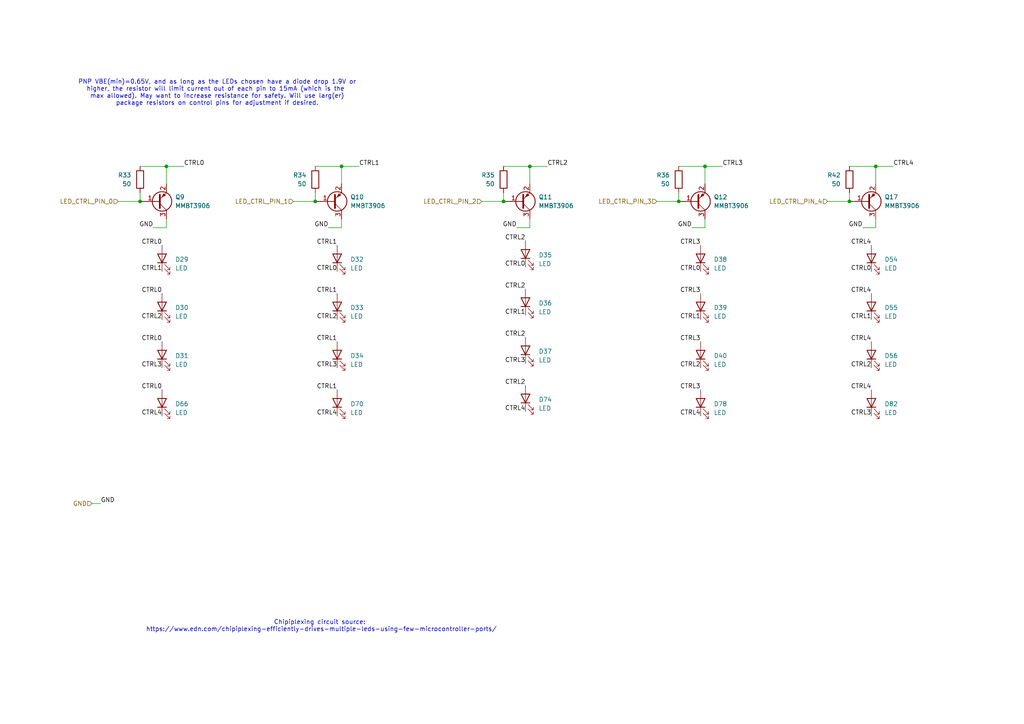
<source format=kicad_sch>
(kicad_sch (version 20231120) (generator "eeschema") (generator_version "8.0")
  (paper "A4")
  (title_block (title "Holiday Widget") (date "2024-05-15") (rev "1.0"))
  (lib_symbols
    (symbol "Device:LED" (pin_numbers hide) (pin_names (offset 1.016) hide)
      (property "Reference" "D" (at 0 2.54 0))
      (property "Value" "LED" (at 0 -2.54 0))
      (symbol "LED_0_1"
        (polyline (pts (xy -1.27 -1.27) (xy -1.27 1.27)) (stroke (width 0.254)))
        (polyline (pts (xy -1.27 0) (xy 1.27 0)))
        (polyline (pts (xy 1.27 -1.27) (xy 1.27 1.27) (xy -1.27 0) (xy 1.27 -1.27)) (stroke (width 0.254)))
        (polyline (pts (xy -3.048 -0.762) (xy -4.572 -2.286) (xy -3.81 -2.286) (xy -4.572 -2.286) (xy -4.572 -1.524)))
        (polyline (pts (xy -1.778 -0.762) (xy -3.302 -2.286) (xy -2.54 -2.286) (xy -3.302 -2.286) (xy -3.302 -1.524)))
      )
      (symbol "LED_1_1"
        (pin passive line (at -3.81 0 0) (length 2.54) (name "K") (number "1"))
        (pin passive line (at 3.81 0 180) (length 2.54) (name "A") (number "2"))
      )
    )
    (symbol "Device:R" (pin_numbers hide) (pin_names (offset 0))
      (property "Reference" "R" (at 2.032 0 90))
      (property "Value" "R" (at 0 0 90))
      (symbol "R_0_1"
        (rectangle (start -1.016 -2.54) (end 1.016 2.54) (stroke (width 0.254)))
      )
      (symbol "R_1_1"
        (pin passive line (at 0 3.81 270) (length 1.27) (name "~") (number "1"))
        (pin passive line (at 0 -3.81 90) (length 1.27) (name "~") (number "2"))
      )
    )
    (symbol "Transistor_BJT:MMBT3906" (pin_names (offset 0) hide)
      (property "Reference" "Q" (at 5.08 1.905 0))
      (property "Value" "MMBT3906" (at 5.08 0 0))
      (symbol "MMBT3906_0_1"
        (polyline (pts (xy 0.635 0.635) (xy 2.54 2.54)))
        (polyline (pts (xy 0.635 -0.635) (xy 2.54 -2.54) (xy 2.54 -2.54)))
        (polyline (pts (xy 0.635 1.905) (xy 0.635 -1.905) (xy 0.635 -1.905)) (stroke (width 0.508)))
        (polyline (pts (xy 2.286 -1.778) (xy 1.778 -2.286) (xy 1.27 -1.27) (xy 2.286 -1.778) (xy 2.286 -1.778)) (fill (type outline)))
        (circle (center 1.27 0) (radius 2.8194) (stroke (width 0.254)))
      )
      (symbol "MMBT3906_1_1"
        (pin input line (at -5.08 0 0) (length 5.715) (name "B") (number "1"))
        (pin passive line (at 2.54 -5.08 90) (length 2.54) (name "E") (number "2"))
        (pin passive line (at 2.54 5.08 270) (length 2.54) (name "C") (number "3"))
      )
    )
  )
  (junction (at 246.38 58.42))
  (junction (at 254 48.26))
  (junction (at 48.26 48.26))
  (junction (at 146.05 58.42))
  (junction (at 40.64 58.42))
  (junction (at 91.44 58.42))
  (junction (at 196.85 58.42))
  (junction (at 153.67 48.26))
  (junction (at 204.47 48.26))
  (junction (at 99.06 48.26))
  (wire (pts (xy 26.67 146.05) (xy 29.21 146.05)))
  (wire (pts (xy 153.67 63.5) (xy 153.67 66.04)))
  (wire (pts (xy 48.26 48.26) (xy 53.34 48.26)))
  (wire (pts (xy 204.47 63.5) (xy 204.47 66.04)))
  (wire (pts (xy 146.05 55.88) (xy 146.05 58.42)))
  (wire (pts (xy 196.85 48.26) (xy 204.47 48.26)))
  (wire (pts (xy 99.06 48.26) (xy 99.06 53.34)))
  (wire (pts (xy 40.64 55.88) (xy 40.64 58.42)))
  (wire (pts (xy 153.67 66.04) (xy 149.86 66.04)))
  (wire (pts (xy 48.26 48.26) (xy 48.26 53.34)))
  (wire (pts (xy 246.38 55.88) (xy 246.38 58.42)))
  (wire (pts (xy 204.47 48.26) (xy 204.47 53.34)))
  (wire (pts (xy 40.64 48.26) (xy 48.26 48.26)))
  (wire (pts (xy 246.38 48.26) (xy 254 48.26)))
  (wire (pts (xy 254 48.26) (xy 259.08 48.26)))
  (wire (pts (xy 254 48.26) (xy 254 53.34)))
  (wire (pts (xy 34.29 58.42) (xy 40.64 58.42)))
  (wire (pts (xy 91.44 48.26) (xy 99.06 48.26)))
  (wire (pts (xy 153.67 48.26) (xy 153.67 53.34)))
  (wire (pts (xy 139.7 58.42) (xy 146.05 58.42)))
  (wire (pts (xy 254 63.5) (xy 254 66.04)))
  (wire (pts (xy 254 66.04) (xy 250.19 66.04)))
  (wire (pts (xy 99.06 66.04) (xy 95.25 66.04)))
  (wire (pts (xy 85.09 58.42) (xy 91.44 58.42)))
  (wire (pts (xy 153.67 48.26) (xy 158.75 48.26)))
  (wire (pts (xy 190.5 58.42) (xy 196.85 58.42)))
  (wire (pts (xy 48.26 66.04) (xy 44.45 66.04)))
  (wire (pts (xy 146.05 48.26) (xy 153.67 48.26)))
  (wire (pts (xy 99.06 63.5) (xy 99.06 66.04)))
  (wire (pts (xy 99.06 48.26) (xy 104.14 48.26)))
  (wire (pts (xy 204.47 48.26) (xy 209.55 48.26)))
  (wire (pts (xy 91.44 55.88) (xy 91.44 58.42)))
  (wire (pts (xy 240.03 58.42) (xy 246.38 58.42)))
  (wire (pts (xy 196.85 55.88) (xy 196.85 58.42)))
  (wire (pts (xy 48.26 63.5) (xy 48.26 66.04)))
  (wire (pts (xy 204.47 66.04) (xy 200.66 66.04)))
  (text "Chipiplexing circuit source: \nhttps://www.edn.com/chipiplexing-efficiently-drives-multiple-leds-using-few-microcontroller-ports/" (at 93.218 181.61 0) (effects (font (size 1.27 1.27))))
  (text "PNP VBE(min)=0.65V, and as long as the LEDs chosen have a diode drop 1.9V or\nhigher, the resistor will limit current out of each pin to 15mA (which is the \nmax allowed). May want to increase resistance for safety. Will use larg(er)\npackage resistors on control pins for adjustment if desired.\n" (at 62.992 26.924 0) (effects (font (size 1.27 1.27))))
  (label "GND" (at 200.66 66.04 180))
  (label "CTRL2" (at 203.2 106.68 180))
  (label "CTRL0" (at 97.79 78.74 180))
  (label "CTRL0" (at 203.2 78.74 180))
  (label "CTRL0" (at 46.99 71.12 180))
  (label "CTRL3" (at 152.4 105.41 180))
  (label "CTRL4" (at 46.99 120.65 180))
  (label "GND" (at 250.19 66.04 180))
  (label "CTRL1" (at 97.79 113.03 180))
  (label "GND" (at 44.45 66.04 180))
  (label "GND" (at 149.86 66.04 180))
  (label "CTRL3" (at 252.73 120.65 180))
  (label "CTRL0" (at 46.99 99.06 180))
  (label "CTRL2" (at 152.4 83.82 180))
  (label "CTRL4" (at 203.2 120.65 180))
  (label "CTRL0" (at 46.99 85.09 180))
  (label "CTRL4" (at 252.73 85.09 180))
  (label "CTRL1" (at 46.99 78.74 180))
  (label "CTRL4" (at 252.73 71.12 180))
  (label "GND" (at 29.21 146.05 0))
  (label "CTRL0" (at 46.99 113.03 180))
  (label "CTRL1" (at 252.73 92.71 180))
  (label "CTRL2" (at 152.4 69.85 180))
  (label "CTRL1" (at 152.4 91.44 180))
  (label "GND" (at 95.25 66.04 180))
  (label "CTRL0" (at 252.73 78.74 180))
  (label "CTRL4" (at 252.73 99.06 180))
  (label "CTRL0" (at 53.34 48.26 0))
  (label "CTRL0" (at 152.4 77.47 180))
  (label "CTRL3" (at 203.2 85.09 180))
  (label "CTRL2" (at 158.75 48.26 0))
  (label "CTRL3" (at 46.99 106.68 180))
  (label "CTRL3" (at 209.55 48.26 0))
  (label "CTRL1" (at 104.14 48.26 0))
  (label "CTRL3" (at 203.2 113.03 180))
  (label "CTRL1" (at 97.79 85.09 180))
  (label "CTRL1" (at 203.2 92.71 180))
  (label "CTRL4" (at 152.4 119.38 180))
  (label "CTRL1" (at 97.79 71.12 180))
  (label "CTRL2" (at 152.4 97.79 180))
  (label "CTRL4" (at 252.73 113.03 180))
  (label "CTRL4" (at 259.08 48.26 0))
  (label "CTRL2" (at 252.73 106.68 180))
  (label "CTRL2" (at 46.99 92.71 180))
  (label "CTRL1" (at 97.79 99.06 180))
  (label "CTRL3" (at 97.79 106.68 180))
  (label "CTRL4" (at 97.79 120.65 180))
  (label "CTRL2" (at 97.79 92.71 180))
  (label "CTRL3" (at 203.2 71.12 180))
  (label "CTRL2" (at 152.4 111.76 180))
  (label "CTRL3" (at 203.2 99.06 180))
  (hierarchical_label "LED_CTRL_PIN_2" (shape input) (at 139.7 58.42 180))
  (hierarchical_label "LED_CTRL_PIN_0" (shape input) (at 34.29 58.42 180))
  (hierarchical_label "LED_CTRL_PIN_4" (shape input) (at 240.03 58.42 180))
  (hierarchical_label "GND" (shape input) (at 26.67 146.05 180))
  (hierarchical_label "LED_CTRL_PIN_3" (shape input) (at 190.5 58.42 180))
  (hierarchical_label "LED_CTRL_PIN_1" (shape input) (at 85.09 58.42 180))
  (symbol (lib_id "Device:LED") (at 97.79 102.87 90) (unit 1)
    (property "Reference" "D34" (at 101.6 103.1874 90) (effects (justify right)))
    (property "Value" "LED" (at 101.6 105.7274 90) (effects (justify right)))
    (property "Footprint" "LED_SMD:LED_0805_2012Metric_Pad1.15x1.40mm_HandSolder" (effects (hide yes)))
    (property "Description" "Light emitting diode" (effects (hide yes)))
    (instances (project "holiday-widget" (path "" (reference "D34") (unit 1)) (path "" (reference "D19") (unit 1)) (path "" (reference "D22") (unit 1))))
  )
  (symbol (lib_id "Device:LED") (at 203.2 88.9 90) (unit 1)
    (property "Reference" "D39" (at 207.01 89.2174 90) (effects (justify right)))
    (property "Value" "LED" (at 207.01 91.7574 90) (effects (justify right)))
    (property "Footprint" "LED_SMD:LED_0805_2012Metric_Pad1.15x1.40mm_HandSolder" (effects (hide yes)))
    (property "Description" "Light emitting diode" (effects (hide yes)))
    (instances (project "holiday-widget" (path "" (reference "D39") (unit 1)) (path "" (reference "D24") (unit 1)) (path "" (reference "D27") (unit 1))))
  )
  (symbol (lib_id "Device:LED") (at 203.2 74.93 90) (unit 1)
    (property "Reference" "D38" (at 207.01 75.2474 90) (effects (justify right)))
    (property "Value" "LED" (at 207.01 77.7874 90) (effects (justify right)))
    (property "Footprint" "LED_SMD:LED_0805_2012Metric_Pad1.15x1.40mm_HandSolder" (effects (hide yes)))
    (property "Description" "Light emitting diode" (effects (hide yes)))
    (instances (project "holiday-widget" (path "" (reference "D38") (unit 1)) (path "" (reference "D23") (unit 1)) (path "" (reference "D26") (unit 1))))
  )
  (symbol (lib_id "Transistor_BJT:MMBT3906") (at 151.13 58.42 0) (mirror x) (unit 1)
    (property "Reference" "Q11" (at 156.21 57.1499 0) (effects (justify left)))
    (property "Value" "MMBT3906" (at 156.21 59.6899 0) (effects (justify left)))
    (property "Footprint" "Package_TO_SOT_SMD:SOT-23" (effects (hide yes)))
    (property "Datasheet" "https://www.onsemi.com/pdf/datasheet/pzt3906-d.pdf" (effects (hide yes)))
    (property "Description" "-0.2A Ic, -40V Vce, Small Signal PNP Transistor, SOT-23" (effects (hide yes)))
    (instances (project "holiday-widget" (path "" (reference "Q11") (unit 1)) (path "" (reference "Q3") (unit 1)) (path "" (reference "Q7") (unit 1))))
  )
  (symbol (lib_id "Device:LED") (at 97.79 116.84 90) (unit 1)
    (property "Reference" "D70" (at 101.6 117.1574 90) (effects (justify right)))
    (property "Value" "LED" (at 101.6 119.6974 90) (effects (justify right)))
    (property "Footprint" "LED_SMD:LED_0805_2012Metric_Pad1.15x1.40mm_HandSolder" (effects (hide yes)))
    (property "Description" "Light emitting diode" (effects (hide yes)))
    (instances (project "holiday-widget" (path "" (reference "D70") (unit 1)) (path "" (reference "D71") (unit 1)) (path "" (reference "D72") (unit 1))))
  )
  (symbol (lib_id "Device:LED") (at 203.2 102.87 90) (unit 1)
    (property "Reference" "D40" (at 207.01 103.1874 90) (effects (justify right)))
    (property "Value" "LED" (at 207.01 105.7274 90) (effects (justify right)))
    (property "Footprint" "LED_SMD:LED_0805_2012Metric_Pad1.15x1.40mm_HandSolder" (effects (hide yes)))
    (property "Description" "Light emitting diode" (effects (hide yes)))
    (instances (project "holiday-widget" (path "" (reference "D40") (unit 1)) (path "" (reference "D25") (unit 1)) (path "" (reference "D28") (unit 1))))
  )
  (symbol (lib_id "Device:LED") (at 46.99 74.93 90) (unit 1)
    (property "Reference" "D29" (at 50.8 75.2474 90) (effects (justify right)))
    (property "Value" "LED" (at 50.8 77.7874 90) (effects (justify right)))
    (property "Footprint" "LED_SMD:LED_0805_2012Metric_Pad1.15x1.40mm_HandSolder" (effects (hide yes)))
    (property "Description" "Light emitting diode" (effects (hide yes)))
    (instances (project "holiday-widget" (path "" (reference "D29") (unit 1)) (path "" (reference "D5") (unit 1)) (path "" (reference "D6") (unit 1))))
  )
  (symbol (lib_id "Device:LED") (at 97.79 88.9 90) (unit 1)
    (property "Reference" "D33" (at 101.6 89.2174 90) (effects (justify right)))
    (property "Value" "LED" (at 101.6 91.7574 90) (effects (justify right)))
    (property "Footprint" "LED_SMD:LED_0805_2012Metric_Pad1.15x1.40mm_HandSolder" (effects (hide yes)))
    (property "Description" "Light emitting diode" (effects (hide yes)))
    (instances (project "holiday-widget" (path "" (reference "D33") (unit 1)) (path "" (reference "D18") (unit 1)) (path "" (reference "D21") (unit 1))))
  )
  (symbol (lib_id "Device:R") (at 91.44 52.07 0) (unit 1)
    (property "Reference" "R34" (at 88.9 50.7999 0) (effects (justify right)))
    (property "Value" "50" (at 88.9 53.3399 0) (effects (justify right)))
    (property "Footprint" "Resistor_SMD:R_0603_1608Metric_Pad0.98x0.95mm_HandSolder" (effects (hide yes)))
    (property "Description" "Resistor" (effects (hide yes)))
    (instances (project "holiday-widget" (path "" (reference "R34") (unit 1)) (path "" (reference "R16") (unit 1)) (path "" (reference "R20") (unit 1))))
  )
  (symbol (lib_id "Device:R") (at 246.38 52.07 0) (unit 1)
    (property "Reference" "R42" (at 243.84 50.7999 0) (effects (justify right)))
    (property "Value" "50" (at 243.84 53.3399 0) (effects (justify right)))
    (property "Footprint" "Resistor_SMD:R_0603_1608Metric_Pad0.98x0.95mm_HandSolder" (effects (hide yes)))
    (property "Description" "Resistor" (effects (hide yes)))
    (instances (project "holiday-widget" (path "" (reference "R42") (unit 1)) (path "" (reference "R43") (unit 1)) (path "" (reference "R44") (unit 1))))
  )
  (symbol (lib_id "Device:LED") (at 152.4 73.66 90) (unit 1)
    (property "Reference" "D35" (at 156.21 73.9774 90) (effects (justify right)))
    (property "Value" "LED" (at 156.21 76.5174 90) (effects (justify right)))
    (property "Footprint" "LED_SMD:LED_0805_2012Metric_Pad1.15x1.40mm_HandSolder" (effects (hide yes)))
    (property "Description" "Light emitting diode" (effects (hide yes)))
    (instances (project "holiday-widget" (path "" (reference "D35") (unit 1)) (path "" (reference "D11") (unit 1)) (path "" (reference "D14") (unit 1))))
  )
  (symbol (lib_id "Device:LED") (at 252.73 102.87 90) (unit 1)
    (property "Reference" "D56" (at 256.54 103.1874 90) (effects (justify right)))
    (property "Value" "LED" (at 256.54 105.7274 90) (effects (justify right)))
    (property "Footprint" "LED_SMD:LED_0805_2012Metric_Pad1.15x1.40mm_HandSolder" (effects (hide yes)))
    (property "Description" "Light emitting diode" (effects (hide yes)))
    (instances (project "holiday-widget" (path "" (reference "D56") (unit 1)) (path "" (reference "D59") (unit 1)) (path "" (reference "D62") (unit 1))))
  )
  (symbol (lib_id "Device:LED") (at 97.79 74.93 90) (unit 1)
    (property "Reference" "D32" (at 101.6 75.2474 90) (effects (justify right)))
    (property "Value" "LED" (at 101.6 77.7874 90) (effects (justify right)))
    (property "Footprint" "LED_SMD:LED_0805_2012Metric_Pad1.15x1.40mm_HandSolder" (effects (hide yes)))
    (property "Description" "Light emitting diode" (effects (hide yes)))
    (instances (project "holiday-widget" (path "" (reference "D32") (unit 1)) (path "" (reference "D17") (unit 1)) (path "" (reference "D20") (unit 1))))
  )
  (symbol (lib_id "Device:R") (at 146.05 52.07 0) (unit 1)
    (property "Reference" "R35" (at 143.51 50.7999 0) (effects (justify right)))
    (property "Value" "50" (at 143.51 53.3399 0) (effects (justify right)))
    (property "Footprint" "Resistor_SMD:R_0603_1608Metric_Pad0.98x0.95mm_HandSolder" (effects (hide yes)))
    (property "Description" "Resistor" (effects (hide yes)))
    (instances (project "holiday-widget" (path "" (reference "R35") (unit 1)) (path "" (reference "R17") (unit 1)) (path "" (reference "R21") (unit 1))))
  )
  (symbol (lib_id "Device:LED") (at 46.99 102.87 90) (unit 1)
    (property "Reference" "D31" (at 50.8 103.1874 90) (effects (justify right)))
    (property "Value" "LED" (at 50.8 105.7274 90) (effects (justify right)))
    (property "Footprint" "LED_SMD:LED_0805_2012Metric_Pad1.15x1.40mm_HandSolder" (effects (hide yes)))
    (property "Description" "Light emitting diode" (effects (hide yes)))
    (instances (project "holiday-widget" (path "" (reference "D31") (unit 1)) (path "" (reference "D9") (unit 1)) (path "" (reference "D10") (unit 1))))
  )
  (symbol (lib_id "Transistor_BJT:MMBT3906") (at 96.52 58.42 0) (mirror x) (unit 1)
    (property "Reference" "Q10" (at 101.6 57.1499 0) (effects (justify left)))
    (property "Value" "MMBT3906" (at 101.6 59.6899 0) (effects (justify left)))
    (property "Footprint" "Package_TO_SOT_SMD:SOT-23" (effects (hide yes)))
    (property "Datasheet" "https://www.onsemi.com/pdf/datasheet/pzt3906-d.pdf" (effects (hide yes)))
    (property "Description" "-0.2A Ic, -40V Vce, Small Signal PNP Transistor, SOT-23" (effects (hide yes)))
    (instances (project "holiday-widget" (path "" (reference "Q10") (unit 1)) (path "" (reference "Q2") (unit 1)) (path "" (reference "Q6") (unit 1))))
  )
  (symbol (lib_id "Device:LED") (at 46.99 116.84 90) (unit 1)
    (property "Reference" "D66" (at 50.8 117.1574 90) (effects (justify right)))
    (property "Value" "LED" (at 50.8 119.6974 90) (effects (justify right)))
    (property "Footprint" "LED_SMD:LED_0805_2012Metric_Pad1.15x1.40mm_HandSolder" (effects (hide yes)))
    (property "Description" "Light emitting diode" (effects (hide yes)))
    (instances (project "holiday-widget" (path "" (reference "D66") (unit 1)) (path "" (reference "D67") (unit 1)) (path "" (reference "D68") (unit 1))))
  )
  (symbol (lib_id "Device:LED") (at 152.4 101.6 90) (unit 1)
    (property "Reference" "D37" (at 156.21 101.9174 90) (effects (justify right)))
    (property "Value" "LED" (at 156.21 104.4574 90) (effects (justify right)))
    (property "Footprint" "LED_SMD:LED_0805_2012Metric_Pad1.15x1.40mm_HandSolder" (effects (hide yes)))
    (property "Description" "Light emitting diode" (effects (hide yes)))
    (instances (project "holiday-widget" (path "" (reference "D37") (unit 1)) (path "" (reference "D13") (unit 1)) (path "" (reference "D16") (unit 1))))
  )
  (symbol (lib_id "Device:LED") (at 203.2 116.84 90) (unit 1)
    (property "Reference" "D78" (at 207.01 117.1574 90) (effects (justify right)))
    (property "Value" "LED" (at 207.01 119.6974 90) (effects (justify right)))
    (property "Footprint" "LED_SMD:LED_0805_2012Metric_Pad1.15x1.40mm_HandSolder" (effects (hide yes)))
    (property "Description" "Light emitting diode" (effects (hide yes)))
    (instances (project "holiday-widget" (path "" (reference "D78") (unit 1)) (path "" (reference "D79") (unit 1)) (path "" (reference "D80") (unit 1))))
  )
  (symbol (lib_id "Device:LED") (at 252.73 74.93 90) (unit 1)
    (property "Reference" "D54" (at 256.54 75.2474 90) (effects (justify right)))
    (property "Value" "LED" (at 256.54 77.7874 90) (effects (justify right)))
    (property "Footprint" "LED_SMD:LED_0805_2012Metric_Pad1.15x1.40mm_HandSolder" (effects (hide yes)))
    (property "Description" "Light emitting diode" (effects (hide yes)))
    (instances (project "holiday-widget" (path "" (reference "D54") (unit 1)) (path "" (reference "D57") (unit 1)) (path "" (reference "D60") (unit 1))))
  )
  (symbol (lib_id "Device:LED") (at 46.99 88.9 90) (unit 1)
    (property "Reference" "D30" (at 50.8 89.2174 90) (effects (justify right)))
    (property "Value" "LED" (at 50.8 91.7574 90) (effects (justify right)))
    (property "Footprint" "LED_SMD:LED_0805_2012Metric_Pad1.15x1.40mm_HandSolder" (effects (hide yes)))
    (property "Description" "Light emitting diode" (effects (hide yes)))
    (instances (project "holiday-widget" (path "" (reference "D30") (unit 1)) (path "" (reference "D7") (unit 1)) (path "" (reference "D8") (unit 1))))
  )
  (symbol (lib_id "Device:LED") (at 152.4 87.63 90) (unit 1)
    (property "Reference" "D36" (at 156.21 87.9474 90) (effects (justify right)))
    (property "Value" "LED" (at 156.21 90.4874 90) (effects (justify right)))
    (property "Footprint" "LED_SMD:LED_0805_2012Metric_Pad1.15x1.40mm_HandSolder" (effects (hide yes)))
    (property "Description" "Light emitting diode" (effects (hide yes)))
    (instances (project "holiday-widget" (path "" (reference "D36") (unit 1)) (path "" (reference "D12") (unit 1)) (path "" (reference "D15") (unit 1))))
  )
  (symbol (lib_id "Device:R") (at 196.85 52.07 0) (unit 1)
    (property "Reference" "R36" (at 194.31 50.7999 0) (effects (justify right)))
    (property "Value" "50" (at 194.31 53.3399 0) (effects (justify right)))
    (property "Footprint" "Resistor_SMD:R_0603_1608Metric_Pad0.98x0.95mm_HandSolder" (effects (hide yes)))
    (property "Description" "Resistor" (effects (hide yes)))
    (instances (project "holiday-widget" (path "" (reference "R36") (unit 1)) (path "" (reference "R18") (unit 1)) (path "" (reference "R22") (unit 1))))
  )
  (symbol (lib_id "Transistor_BJT:MMBT3906") (at 45.72 58.42 0) (mirror x) (unit 1)
    (property "Reference" "Q9" (at 50.8 57.1499 0) (effects (justify left)))
    (property "Value" "MMBT3906" (at 50.8 59.6899 0) (effects (justify left)))
    (property "Footprint" "Package_TO_SOT_SMD:SOT-23" (effects (hide yes)))
    (property "Datasheet" "https://www.onsemi.com/pdf/datasheet/pzt3906-d.pdf" (effects (hide yes)))
    (property "Description" "-0.2A Ic, -40V Vce, Small Signal PNP Transistor, SOT-23" (effects (hide yes)))
    (instances (project "holiday-widget" (path "" (reference "Q9") (unit 1)) (path "" (reference "Q1") (unit 1)) (path "" (reference "Q5") (unit 1))))
  )
  (symbol (lib_id "Transistor_BJT:MMBT3906") (at 251.46 58.42 0) (mirror x) (unit 1)
    (property "Reference" "Q17" (at 256.54 57.1499 0) (effects (justify left)))
    (property "Value" "MMBT3906" (at 256.54 59.6899 0) (effects (justify left)))
    (property "Footprint" "Package_TO_SOT_SMD:SOT-23" (effects (hide yes)))
    (property "Datasheet" "https://www.onsemi.com/pdf/datasheet/pzt3906-d.pdf" (effects (hide yes)))
    (property "Description" "-0.2A Ic, -40V Vce, Small Signal PNP Transistor, SOT-23" (effects (hide yes)))
    (instances (project "holiday-widget" (path "" (reference "Q17") (unit 1)) (path "" (reference "Q18") (unit 1)) (path "" (reference "Q19") (unit 1))))
  )
  (symbol (lib_id "Device:LED") (at 252.73 116.84 90) (unit 1)
    (property "Reference" "D82" (at 256.54 117.1574 90) (effects (justify right)))
    (property "Value" "LED" (at 256.54 119.6974 90) (effects (justify right)))
    (property "Footprint" "LED_SMD:LED_0805_2012Metric_Pad1.15x1.40mm_HandSolder" (effects (hide yes)))
    (property "Description" "Light emitting diode" (effects (hide yes)))
    (instances (project "holiday-widget" (path "" (reference "D82") (unit 1)) (path "" (reference "D83") (unit 1)) (path "" (reference "D84") (unit 1))))
  )
  (symbol (lib_id "Transistor_BJT:MMBT3906") (at 201.93 58.42 0) (mirror x) (unit 1)
    (property "Reference" "Q12" (at 207.01 57.1499 0) (effects (justify left)))
    (property "Value" "MMBT3906" (at 207.01 59.6899 0) (effects (justify left)))
    (property "Footprint" "Package_TO_SOT_SMD:SOT-23" (effects (hide yes)))
    (property "Datasheet" "https://www.onsemi.com/pdf/datasheet/pzt3906-d.pdf" (effects (hide yes)))
    (property "Description" "-0.2A Ic, -40V Vce, Small Signal PNP Transistor, SOT-23" (effects (hide yes)))
    (instances (project "holiday-widget" (path "" (reference "Q12") (unit 1)) (path "" (reference "Q4") (unit 1)) (path "" (reference "Q8") (unit 1))))
  )
  (symbol (lib_id "Device:LED") (at 252.73 88.9 90) (unit 1)
    (property "Reference" "D55" (at 256.54 89.2174 90) (effects (justify right)))
    (property "Value" "LED" (at 256.54 91.7574 90) (effects (justify right)))
    (property "Footprint" "LED_SMD:LED_0805_2012Metric_Pad1.15x1.40mm_HandSolder" (effects (hide yes)))
    (property "Description" "Light emitting diode" (effects (hide yes)))
    (instances (project "holiday-widget" (path "" (reference "D55") (unit 1)) (path "" (reference "D58") (unit 1)) (path "" (reference "D61") (unit 1))))
  )
  (symbol (lib_id "Device:LED") (at 152.4 115.57 90) (unit 1)
    (property "Reference" "D74" (at 156.21 115.8874 90) (effects (justify right)))
    (property "Value" "LED" (at 156.21 118.4274 90) (effects (justify right)))
    (property "Footprint" "LED_SMD:LED_0805_2012Metric_Pad1.15x1.40mm_HandSolder" (effects (hide yes)))
    (property "Description" "Light emitting diode" (effects (hide yes)))
    (instances (project "holiday-widget" (path "" (reference "D74") (unit 1)) (path "" (reference "D75") (unit 1)) (path "" (reference "D76") (unit 1))))
  )
  (symbol (lib_id "Device:R") (at 40.64 52.07 0) (unit 1)
    (property "Reference" "R33" (at 38.1 50.7999 0) (effects (justify right)))
    (property "Value" "50" (at 38.1 53.3399 0) (effects (justify right)))
    (property "Footprint" "Resistor_SMD:R_0603_1608Metric_Pad0.98x0.95mm_HandSolder" (effects (hide yes)))
    (property "Description" "Resistor" (effects (hide yes)))
    (instances (project "holiday-widget" (path "" (reference "R33") (unit 1)) (path "" (reference "R15") (unit 1)) (path "" (reference "R19") (unit 1))))
  )
)
</source>
